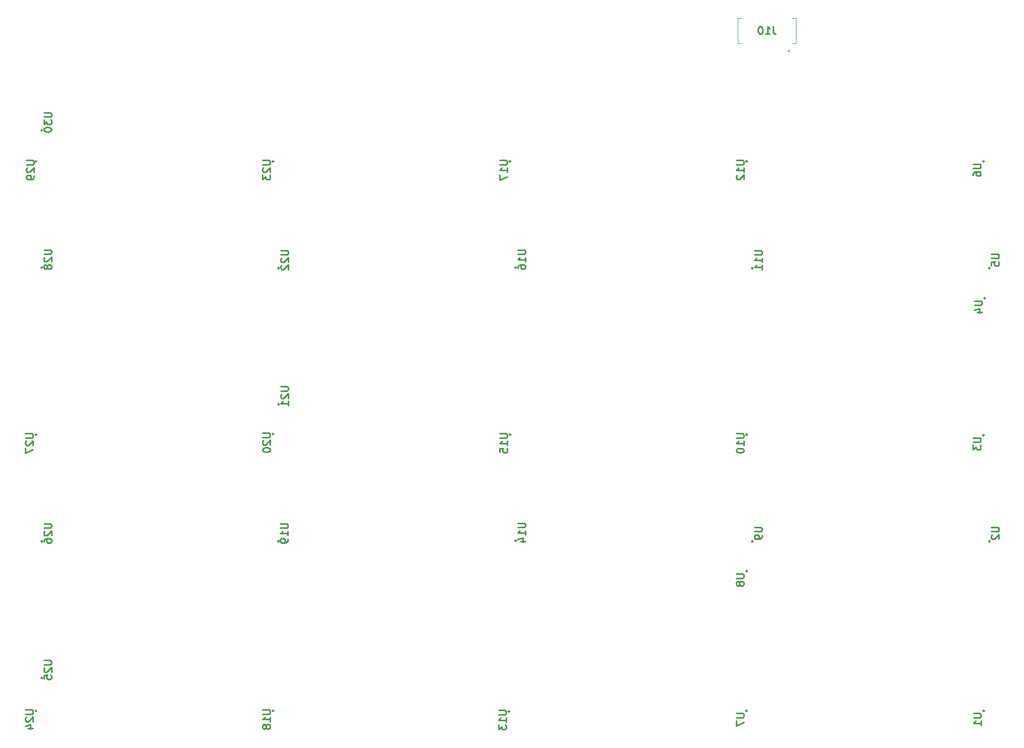
<source format=gbr>
%TF.GenerationSoftware,KiCad,Pcbnew,7.0.6*%
%TF.CreationDate,2024-01-17T22:25:57+01:00*%
%TF.ProjectId,FT24-AMS-Slave_v1-VTSENS,46543234-2d41-44d5-932d-536c6176655f,rev?*%
%TF.SameCoordinates,Original*%
%TF.FileFunction,Legend,Bot*%
%TF.FilePolarity,Positive*%
%FSLAX46Y46*%
G04 Gerber Fmt 4.6, Leading zero omitted, Abs format (unit mm)*
G04 Created by KiCad (PCBNEW 7.0.6) date 2024-01-17 22:25:57*
%MOMM*%
%LPD*%
G01*
G04 APERTURE LIST*
%ADD10C,0.254000*%
%ADD11C,0.250000*%
%ADD12C,0.100000*%
%ADD13C,0.200000*%
G04 APERTURE END LIST*
D10*
X108180218Y-62927618D02*
X109208313Y-62927618D01*
X109208313Y-62927618D02*
X109329265Y-62988095D01*
X109329265Y-62988095D02*
X109389742Y-63048571D01*
X109389742Y-63048571D02*
X109450218Y-63169523D01*
X109450218Y-63169523D02*
X109450218Y-63411428D01*
X109450218Y-63411428D02*
X109389742Y-63532380D01*
X109389742Y-63532380D02*
X109329265Y-63592857D01*
X109329265Y-63592857D02*
X109208313Y-63653333D01*
X109208313Y-63653333D02*
X108180218Y-63653333D01*
X108301170Y-64197618D02*
X108240694Y-64258094D01*
X108240694Y-64258094D02*
X108180218Y-64379047D01*
X108180218Y-64379047D02*
X108180218Y-64681428D01*
X108180218Y-64681428D02*
X108240694Y-64802380D01*
X108240694Y-64802380D02*
X108301170Y-64862856D01*
X108301170Y-64862856D02*
X108422122Y-64923333D01*
X108422122Y-64923333D02*
X108543075Y-64923333D01*
X108543075Y-64923333D02*
X108724503Y-64862856D01*
X108724503Y-64862856D02*
X109450218Y-64137142D01*
X109450218Y-64137142D02*
X109450218Y-64923333D01*
X108301170Y-65407142D02*
X108240694Y-65467618D01*
X108240694Y-65467618D02*
X108180218Y-65588571D01*
X108180218Y-65588571D02*
X108180218Y-65890952D01*
X108180218Y-65890952D02*
X108240694Y-66011904D01*
X108240694Y-66011904D02*
X108301170Y-66072380D01*
X108301170Y-66072380D02*
X108422122Y-66132857D01*
X108422122Y-66132857D02*
X108543075Y-66132857D01*
X108543075Y-66132857D02*
X108724503Y-66072380D01*
X108724503Y-66072380D02*
X109450218Y-65346666D01*
X109450218Y-65346666D02*
X109450218Y-66132857D01*
X187480218Y-109332380D02*
X188508313Y-109332380D01*
X188508313Y-109332380D02*
X188629265Y-109392857D01*
X188629265Y-109392857D02*
X188689742Y-109453333D01*
X188689742Y-109453333D02*
X188750218Y-109574285D01*
X188750218Y-109574285D02*
X188750218Y-109816190D01*
X188750218Y-109816190D02*
X188689742Y-109937142D01*
X188689742Y-109937142D02*
X188629265Y-109997619D01*
X188629265Y-109997619D02*
X188508313Y-110058095D01*
X188508313Y-110058095D02*
X187480218Y-110058095D01*
X188750218Y-110723333D02*
X188750218Y-110965237D01*
X188750218Y-110965237D02*
X188689742Y-111086190D01*
X188689742Y-111086190D02*
X188629265Y-111146666D01*
X188629265Y-111146666D02*
X188447837Y-111267618D01*
X188447837Y-111267618D02*
X188205932Y-111328095D01*
X188205932Y-111328095D02*
X187722122Y-111328095D01*
X187722122Y-111328095D02*
X187601170Y-111267618D01*
X187601170Y-111267618D02*
X187540694Y-111207142D01*
X187540694Y-111207142D02*
X187480218Y-111086190D01*
X187480218Y-111086190D02*
X187480218Y-110844285D01*
X187480218Y-110844285D02*
X187540694Y-110723333D01*
X187540694Y-110723333D02*
X187601170Y-110662856D01*
X187601170Y-110662856D02*
X187722122Y-110602380D01*
X187722122Y-110602380D02*
X188024503Y-110602380D01*
X188024503Y-110602380D02*
X188145456Y-110662856D01*
X188145456Y-110662856D02*
X188205932Y-110723333D01*
X188205932Y-110723333D02*
X188266408Y-110844285D01*
X188266408Y-110844285D02*
X188266408Y-111086190D01*
X188266408Y-111086190D02*
X188205932Y-111207142D01*
X188205932Y-111207142D02*
X188145456Y-111267618D01*
X188145456Y-111267618D02*
X188024503Y-111328095D01*
X147880218Y-62827618D02*
X148908313Y-62827618D01*
X148908313Y-62827618D02*
X149029265Y-62888095D01*
X149029265Y-62888095D02*
X149089742Y-62948571D01*
X149089742Y-62948571D02*
X149150218Y-63069523D01*
X149150218Y-63069523D02*
X149150218Y-63311428D01*
X149150218Y-63311428D02*
X149089742Y-63432380D01*
X149089742Y-63432380D02*
X149029265Y-63492857D01*
X149029265Y-63492857D02*
X148908313Y-63553333D01*
X148908313Y-63553333D02*
X147880218Y-63553333D01*
X149150218Y-64823333D02*
X149150218Y-64097618D01*
X149150218Y-64460475D02*
X147880218Y-64460475D01*
X147880218Y-64460475D02*
X148061646Y-64339523D01*
X148061646Y-64339523D02*
X148182599Y-64218571D01*
X148182599Y-64218571D02*
X148243075Y-64097618D01*
X147880218Y-65911904D02*
X147880218Y-65669999D01*
X147880218Y-65669999D02*
X147940694Y-65549047D01*
X147940694Y-65549047D02*
X148001170Y-65488571D01*
X148001170Y-65488571D02*
X148182599Y-65367618D01*
X148182599Y-65367618D02*
X148424503Y-65307142D01*
X148424503Y-65307142D02*
X148908313Y-65307142D01*
X148908313Y-65307142D02*
X149029265Y-65367618D01*
X149029265Y-65367618D02*
X149089742Y-65428095D01*
X149089742Y-65428095D02*
X149150218Y-65549047D01*
X149150218Y-65549047D02*
X149150218Y-65790952D01*
X149150218Y-65790952D02*
X149089742Y-65911904D01*
X149089742Y-65911904D02*
X149029265Y-65972380D01*
X149029265Y-65972380D02*
X148908313Y-66032857D01*
X148908313Y-66032857D02*
X148605932Y-66032857D01*
X148605932Y-66032857D02*
X148484980Y-65972380D01*
X148484980Y-65972380D02*
X148424503Y-65911904D01*
X148424503Y-65911904D02*
X148364027Y-65790952D01*
X148364027Y-65790952D02*
X148364027Y-65549047D01*
X148364027Y-65549047D02*
X148424503Y-65428095D01*
X148424503Y-65428095D02*
X148484980Y-65367618D01*
X148484980Y-65367618D02*
X148605932Y-65307142D01*
X68542718Y-131627618D02*
X69570813Y-131627618D01*
X69570813Y-131627618D02*
X69691765Y-131688095D01*
X69691765Y-131688095D02*
X69752242Y-131748571D01*
X69752242Y-131748571D02*
X69812718Y-131869523D01*
X69812718Y-131869523D02*
X69812718Y-132111428D01*
X69812718Y-132111428D02*
X69752242Y-132232380D01*
X69752242Y-132232380D02*
X69691765Y-132292857D01*
X69691765Y-132292857D02*
X69570813Y-132353333D01*
X69570813Y-132353333D02*
X68542718Y-132353333D01*
X68663670Y-132897618D02*
X68603194Y-132958094D01*
X68603194Y-132958094D02*
X68542718Y-133079047D01*
X68542718Y-133079047D02*
X68542718Y-133381428D01*
X68542718Y-133381428D02*
X68603194Y-133502380D01*
X68603194Y-133502380D02*
X68663670Y-133562856D01*
X68663670Y-133562856D02*
X68784622Y-133623333D01*
X68784622Y-133623333D02*
X68905575Y-133623333D01*
X68905575Y-133623333D02*
X69087003Y-133562856D01*
X69087003Y-133562856D02*
X69812718Y-132837142D01*
X69812718Y-132837142D02*
X69812718Y-133623333D01*
X68542718Y-134772380D02*
X68542718Y-134167618D01*
X68542718Y-134167618D02*
X69147480Y-134107142D01*
X69147480Y-134107142D02*
X69087003Y-134167618D01*
X69087003Y-134167618D02*
X69026527Y-134288571D01*
X69026527Y-134288571D02*
X69026527Y-134590952D01*
X69026527Y-134590952D02*
X69087003Y-134711904D01*
X69087003Y-134711904D02*
X69147480Y-134772380D01*
X69147480Y-134772380D02*
X69268432Y-134832857D01*
X69268432Y-134832857D02*
X69570813Y-134832857D01*
X69570813Y-134832857D02*
X69691765Y-134772380D01*
X69691765Y-134772380D02*
X69752242Y-134711904D01*
X69752242Y-134711904D02*
X69812718Y-134590952D01*
X69812718Y-134590952D02*
X69812718Y-134288571D01*
X69812718Y-134288571D02*
X69752242Y-134167618D01*
X69752242Y-134167618D02*
X69691765Y-134107142D01*
X147880218Y-108627618D02*
X148908313Y-108627618D01*
X148908313Y-108627618D02*
X149029265Y-108688095D01*
X149029265Y-108688095D02*
X149089742Y-108748571D01*
X149089742Y-108748571D02*
X149150218Y-108869523D01*
X149150218Y-108869523D02*
X149150218Y-109111428D01*
X149150218Y-109111428D02*
X149089742Y-109232380D01*
X149089742Y-109232380D02*
X149029265Y-109292857D01*
X149029265Y-109292857D02*
X148908313Y-109353333D01*
X148908313Y-109353333D02*
X147880218Y-109353333D01*
X149150218Y-110623333D02*
X149150218Y-109897618D01*
X149150218Y-110260475D02*
X147880218Y-110260475D01*
X147880218Y-110260475D02*
X148061646Y-110139523D01*
X148061646Y-110139523D02*
X148182599Y-110018571D01*
X148182599Y-110018571D02*
X148243075Y-109897618D01*
X148303551Y-111711904D02*
X149150218Y-111711904D01*
X147819742Y-111409523D02*
X148726884Y-111107142D01*
X148726884Y-111107142D02*
X148726884Y-111893333D01*
X227180218Y-63532380D02*
X228208313Y-63532380D01*
X228208313Y-63532380D02*
X228329265Y-63592857D01*
X228329265Y-63592857D02*
X228389742Y-63653333D01*
X228389742Y-63653333D02*
X228450218Y-63774285D01*
X228450218Y-63774285D02*
X228450218Y-64016190D01*
X228450218Y-64016190D02*
X228389742Y-64137142D01*
X228389742Y-64137142D02*
X228329265Y-64197619D01*
X228329265Y-64197619D02*
X228208313Y-64258095D01*
X228208313Y-64258095D02*
X227180218Y-64258095D01*
X227180218Y-65467618D02*
X227180218Y-64862856D01*
X227180218Y-64862856D02*
X227784980Y-64802380D01*
X227784980Y-64802380D02*
X227724503Y-64862856D01*
X227724503Y-64862856D02*
X227664027Y-64983809D01*
X227664027Y-64983809D02*
X227664027Y-65286190D01*
X227664027Y-65286190D02*
X227724503Y-65407142D01*
X227724503Y-65407142D02*
X227784980Y-65467618D01*
X227784980Y-65467618D02*
X227905932Y-65528095D01*
X227905932Y-65528095D02*
X228208313Y-65528095D01*
X228208313Y-65528095D02*
X228329265Y-65467618D01*
X228329265Y-65467618D02*
X228389742Y-65407142D01*
X228389742Y-65407142D02*
X228450218Y-65286190D01*
X228450218Y-65286190D02*
X228450218Y-64983809D01*
X228450218Y-64983809D02*
X228389742Y-64862856D01*
X228389742Y-64862856D02*
X228329265Y-64802380D01*
X224165918Y-140532380D02*
X225194013Y-140532380D01*
X225194013Y-140532380D02*
X225314965Y-140592857D01*
X225314965Y-140592857D02*
X225375442Y-140653333D01*
X225375442Y-140653333D02*
X225435918Y-140774285D01*
X225435918Y-140774285D02*
X225435918Y-141016190D01*
X225435918Y-141016190D02*
X225375442Y-141137142D01*
X225375442Y-141137142D02*
X225314965Y-141197619D01*
X225314965Y-141197619D02*
X225194013Y-141258095D01*
X225194013Y-141258095D02*
X224165918Y-141258095D01*
X225435918Y-142528095D02*
X225435918Y-141802380D01*
X225435918Y-142165237D02*
X224165918Y-142165237D01*
X224165918Y-142165237D02*
X224347346Y-142044285D01*
X224347346Y-142044285D02*
X224468299Y-141923333D01*
X224468299Y-141923333D02*
X224528775Y-141802380D01*
X105165918Y-47827618D02*
X106194013Y-47827618D01*
X106194013Y-47827618D02*
X106314965Y-47888095D01*
X106314965Y-47888095D02*
X106375442Y-47948571D01*
X106375442Y-47948571D02*
X106435918Y-48069523D01*
X106435918Y-48069523D02*
X106435918Y-48311428D01*
X106435918Y-48311428D02*
X106375442Y-48432380D01*
X106375442Y-48432380D02*
X106314965Y-48492857D01*
X106314965Y-48492857D02*
X106194013Y-48553333D01*
X106194013Y-48553333D02*
X105165918Y-48553333D01*
X105286870Y-49097618D02*
X105226394Y-49158094D01*
X105226394Y-49158094D02*
X105165918Y-49279047D01*
X105165918Y-49279047D02*
X105165918Y-49581428D01*
X105165918Y-49581428D02*
X105226394Y-49702380D01*
X105226394Y-49702380D02*
X105286870Y-49762856D01*
X105286870Y-49762856D02*
X105407822Y-49823333D01*
X105407822Y-49823333D02*
X105528775Y-49823333D01*
X105528775Y-49823333D02*
X105710203Y-49762856D01*
X105710203Y-49762856D02*
X106435918Y-49037142D01*
X106435918Y-49037142D02*
X106435918Y-49823333D01*
X105165918Y-50246666D02*
X105165918Y-51032857D01*
X105165918Y-51032857D02*
X105649727Y-50609523D01*
X105649727Y-50609523D02*
X105649727Y-50790952D01*
X105649727Y-50790952D02*
X105710203Y-50911904D01*
X105710203Y-50911904D02*
X105770680Y-50972380D01*
X105770680Y-50972380D02*
X105891632Y-51032857D01*
X105891632Y-51032857D02*
X106194013Y-51032857D01*
X106194013Y-51032857D02*
X106314965Y-50972380D01*
X106314965Y-50972380D02*
X106375442Y-50911904D01*
X106375442Y-50911904D02*
X106435918Y-50790952D01*
X106435918Y-50790952D02*
X106435918Y-50428095D01*
X106435918Y-50428095D02*
X106375442Y-50307142D01*
X106375442Y-50307142D02*
X106314965Y-50246666D01*
X144828418Y-47827618D02*
X145856513Y-47827618D01*
X145856513Y-47827618D02*
X145977465Y-47888095D01*
X145977465Y-47888095D02*
X146037942Y-47948571D01*
X146037942Y-47948571D02*
X146098418Y-48069523D01*
X146098418Y-48069523D02*
X146098418Y-48311428D01*
X146098418Y-48311428D02*
X146037942Y-48432380D01*
X146037942Y-48432380D02*
X145977465Y-48492857D01*
X145977465Y-48492857D02*
X145856513Y-48553333D01*
X145856513Y-48553333D02*
X144828418Y-48553333D01*
X146098418Y-49823333D02*
X146098418Y-49097618D01*
X146098418Y-49460475D02*
X144828418Y-49460475D01*
X144828418Y-49460475D02*
X145009846Y-49339523D01*
X145009846Y-49339523D02*
X145130799Y-49218571D01*
X145130799Y-49218571D02*
X145191275Y-49097618D01*
X144828418Y-50246666D02*
X144828418Y-51093333D01*
X144828418Y-51093333D02*
X146098418Y-50549047D01*
X144665918Y-140027618D02*
X145694013Y-140027618D01*
X145694013Y-140027618D02*
X145814965Y-140088095D01*
X145814965Y-140088095D02*
X145875442Y-140148571D01*
X145875442Y-140148571D02*
X145935918Y-140269523D01*
X145935918Y-140269523D02*
X145935918Y-140511428D01*
X145935918Y-140511428D02*
X145875442Y-140632380D01*
X145875442Y-140632380D02*
X145814965Y-140692857D01*
X145814965Y-140692857D02*
X145694013Y-140753333D01*
X145694013Y-140753333D02*
X144665918Y-140753333D01*
X145935918Y-142023333D02*
X145935918Y-141297618D01*
X145935918Y-141660475D02*
X144665918Y-141660475D01*
X144665918Y-141660475D02*
X144847346Y-141539523D01*
X144847346Y-141539523D02*
X144968299Y-141418571D01*
X144968299Y-141418571D02*
X145028775Y-141297618D01*
X144665918Y-142446666D02*
X144665918Y-143232857D01*
X144665918Y-143232857D02*
X145149727Y-142809523D01*
X145149727Y-142809523D02*
X145149727Y-142990952D01*
X145149727Y-142990952D02*
X145210203Y-143111904D01*
X145210203Y-143111904D02*
X145270680Y-143172380D01*
X145270680Y-143172380D02*
X145391632Y-143232857D01*
X145391632Y-143232857D02*
X145694013Y-143232857D01*
X145694013Y-143232857D02*
X145814965Y-143172380D01*
X145814965Y-143172380D02*
X145875442Y-143111904D01*
X145875442Y-143111904D02*
X145935918Y-142990952D01*
X145935918Y-142990952D02*
X145935918Y-142628095D01*
X145935918Y-142628095D02*
X145875442Y-142507142D01*
X145875442Y-142507142D02*
X145814965Y-142446666D01*
X224128418Y-94332380D02*
X225156513Y-94332380D01*
X225156513Y-94332380D02*
X225277465Y-94392857D01*
X225277465Y-94392857D02*
X225337942Y-94453333D01*
X225337942Y-94453333D02*
X225398418Y-94574285D01*
X225398418Y-94574285D02*
X225398418Y-94816190D01*
X225398418Y-94816190D02*
X225337942Y-94937142D01*
X225337942Y-94937142D02*
X225277465Y-94997619D01*
X225277465Y-94997619D02*
X225156513Y-95058095D01*
X225156513Y-95058095D02*
X224128418Y-95058095D01*
X224128418Y-95541904D02*
X224128418Y-96328095D01*
X224128418Y-96328095D02*
X224612227Y-95904761D01*
X224612227Y-95904761D02*
X224612227Y-96086190D01*
X224612227Y-96086190D02*
X224672703Y-96207142D01*
X224672703Y-96207142D02*
X224733180Y-96267618D01*
X224733180Y-96267618D02*
X224854132Y-96328095D01*
X224854132Y-96328095D02*
X225156513Y-96328095D01*
X225156513Y-96328095D02*
X225277465Y-96267618D01*
X225277465Y-96267618D02*
X225337942Y-96207142D01*
X225337942Y-96207142D02*
X225398418Y-96086190D01*
X225398418Y-96086190D02*
X225398418Y-95723333D01*
X225398418Y-95723333D02*
X225337942Y-95602380D01*
X225337942Y-95602380D02*
X225277465Y-95541904D01*
X187480218Y-62927618D02*
X188508313Y-62927618D01*
X188508313Y-62927618D02*
X188629265Y-62988095D01*
X188629265Y-62988095D02*
X188689742Y-63048571D01*
X188689742Y-63048571D02*
X188750218Y-63169523D01*
X188750218Y-63169523D02*
X188750218Y-63411428D01*
X188750218Y-63411428D02*
X188689742Y-63532380D01*
X188689742Y-63532380D02*
X188629265Y-63592857D01*
X188629265Y-63592857D02*
X188508313Y-63653333D01*
X188508313Y-63653333D02*
X187480218Y-63653333D01*
X188750218Y-64923333D02*
X188750218Y-64197618D01*
X188750218Y-64560475D02*
X187480218Y-64560475D01*
X187480218Y-64560475D02*
X187661646Y-64439523D01*
X187661646Y-64439523D02*
X187782599Y-64318571D01*
X187782599Y-64318571D02*
X187843075Y-64197618D01*
X188750218Y-66132857D02*
X188750218Y-65407142D01*
X188750218Y-65769999D02*
X187480218Y-65769999D01*
X187480218Y-65769999D02*
X187661646Y-65649047D01*
X187661646Y-65649047D02*
X187782599Y-65528095D01*
X187782599Y-65528095D02*
X187843075Y-65407142D01*
X144865918Y-93627618D02*
X145894013Y-93627618D01*
X145894013Y-93627618D02*
X146014965Y-93688095D01*
X146014965Y-93688095D02*
X146075442Y-93748571D01*
X146075442Y-93748571D02*
X146135918Y-93869523D01*
X146135918Y-93869523D02*
X146135918Y-94111428D01*
X146135918Y-94111428D02*
X146075442Y-94232380D01*
X146075442Y-94232380D02*
X146014965Y-94292857D01*
X146014965Y-94292857D02*
X145894013Y-94353333D01*
X145894013Y-94353333D02*
X144865918Y-94353333D01*
X146135918Y-95623333D02*
X146135918Y-94897618D01*
X146135918Y-95260475D02*
X144865918Y-95260475D01*
X144865918Y-95260475D02*
X145047346Y-95139523D01*
X145047346Y-95139523D02*
X145168299Y-95018571D01*
X145168299Y-95018571D02*
X145228775Y-94897618D01*
X144865918Y-96772380D02*
X144865918Y-96167618D01*
X144865918Y-96167618D02*
X145470680Y-96107142D01*
X145470680Y-96107142D02*
X145410203Y-96167618D01*
X145410203Y-96167618D02*
X145349727Y-96288571D01*
X145349727Y-96288571D02*
X145349727Y-96590952D01*
X145349727Y-96590952D02*
X145410203Y-96711904D01*
X145410203Y-96711904D02*
X145470680Y-96772380D01*
X145470680Y-96772380D02*
X145591632Y-96832857D01*
X145591632Y-96832857D02*
X145894013Y-96832857D01*
X145894013Y-96832857D02*
X146014965Y-96772380D01*
X146014965Y-96772380D02*
X146075442Y-96711904D01*
X146075442Y-96711904D02*
X146135918Y-96590952D01*
X146135918Y-96590952D02*
X146135918Y-96288571D01*
X146135918Y-96288571D02*
X146075442Y-96167618D01*
X146075442Y-96167618D02*
X146014965Y-96107142D01*
X184465918Y-140532380D02*
X185494013Y-140532380D01*
X185494013Y-140532380D02*
X185614965Y-140592857D01*
X185614965Y-140592857D02*
X185675442Y-140653333D01*
X185675442Y-140653333D02*
X185735918Y-140774285D01*
X185735918Y-140774285D02*
X185735918Y-141016190D01*
X185735918Y-141016190D02*
X185675442Y-141137142D01*
X185675442Y-141137142D02*
X185614965Y-141197619D01*
X185614965Y-141197619D02*
X185494013Y-141258095D01*
X185494013Y-141258095D02*
X184465918Y-141258095D01*
X184465918Y-141741904D02*
X184465918Y-142588571D01*
X184465918Y-142588571D02*
X185735918Y-142044285D01*
X224315918Y-71382380D02*
X225344013Y-71382380D01*
X225344013Y-71382380D02*
X225464965Y-71442857D01*
X225464965Y-71442857D02*
X225525442Y-71503333D01*
X225525442Y-71503333D02*
X225585918Y-71624285D01*
X225585918Y-71624285D02*
X225585918Y-71866190D01*
X225585918Y-71866190D02*
X225525442Y-71987142D01*
X225525442Y-71987142D02*
X225464965Y-72047619D01*
X225464965Y-72047619D02*
X225344013Y-72108095D01*
X225344013Y-72108095D02*
X224315918Y-72108095D01*
X224739251Y-73257142D02*
X225585918Y-73257142D01*
X224255442Y-72954761D02*
X225162584Y-72652380D01*
X225162584Y-72652380D02*
X225162584Y-73438571D01*
X108180218Y-85727618D02*
X109208313Y-85727618D01*
X109208313Y-85727618D02*
X109329265Y-85788095D01*
X109329265Y-85788095D02*
X109389742Y-85848571D01*
X109389742Y-85848571D02*
X109450218Y-85969523D01*
X109450218Y-85969523D02*
X109450218Y-86211428D01*
X109450218Y-86211428D02*
X109389742Y-86332380D01*
X109389742Y-86332380D02*
X109329265Y-86392857D01*
X109329265Y-86392857D02*
X109208313Y-86453333D01*
X109208313Y-86453333D02*
X108180218Y-86453333D01*
X108301170Y-86997618D02*
X108240694Y-87058094D01*
X108240694Y-87058094D02*
X108180218Y-87179047D01*
X108180218Y-87179047D02*
X108180218Y-87481428D01*
X108180218Y-87481428D02*
X108240694Y-87602380D01*
X108240694Y-87602380D02*
X108301170Y-87662856D01*
X108301170Y-87662856D02*
X108422122Y-87723333D01*
X108422122Y-87723333D02*
X108543075Y-87723333D01*
X108543075Y-87723333D02*
X108724503Y-87662856D01*
X108724503Y-87662856D02*
X109450218Y-86937142D01*
X109450218Y-86937142D02*
X109450218Y-87723333D01*
X109450218Y-88932857D02*
X109450218Y-88207142D01*
X109450218Y-88569999D02*
X108180218Y-88569999D01*
X108180218Y-88569999D02*
X108361646Y-88449047D01*
X108361646Y-88449047D02*
X108482599Y-88328095D01*
X108482599Y-88328095D02*
X108543075Y-88207142D01*
X65465918Y-139927618D02*
X66494013Y-139927618D01*
X66494013Y-139927618D02*
X66614965Y-139988095D01*
X66614965Y-139988095D02*
X66675442Y-140048571D01*
X66675442Y-140048571D02*
X66735918Y-140169523D01*
X66735918Y-140169523D02*
X66735918Y-140411428D01*
X66735918Y-140411428D02*
X66675442Y-140532380D01*
X66675442Y-140532380D02*
X66614965Y-140592857D01*
X66614965Y-140592857D02*
X66494013Y-140653333D01*
X66494013Y-140653333D02*
X65465918Y-140653333D01*
X65586870Y-141197618D02*
X65526394Y-141258094D01*
X65526394Y-141258094D02*
X65465918Y-141379047D01*
X65465918Y-141379047D02*
X65465918Y-141681428D01*
X65465918Y-141681428D02*
X65526394Y-141802380D01*
X65526394Y-141802380D02*
X65586870Y-141862856D01*
X65586870Y-141862856D02*
X65707822Y-141923333D01*
X65707822Y-141923333D02*
X65828775Y-141923333D01*
X65828775Y-141923333D02*
X66010203Y-141862856D01*
X66010203Y-141862856D02*
X66735918Y-141137142D01*
X66735918Y-141137142D02*
X66735918Y-141923333D01*
X65889251Y-143011904D02*
X66735918Y-143011904D01*
X65405442Y-142709523D02*
X66312584Y-142407142D01*
X66312584Y-142407142D02*
X66312584Y-143193333D01*
X68542718Y-62827618D02*
X69570813Y-62827618D01*
X69570813Y-62827618D02*
X69691765Y-62888095D01*
X69691765Y-62888095D02*
X69752242Y-62948571D01*
X69752242Y-62948571D02*
X69812718Y-63069523D01*
X69812718Y-63069523D02*
X69812718Y-63311428D01*
X69812718Y-63311428D02*
X69752242Y-63432380D01*
X69752242Y-63432380D02*
X69691765Y-63492857D01*
X69691765Y-63492857D02*
X69570813Y-63553333D01*
X69570813Y-63553333D02*
X68542718Y-63553333D01*
X68663670Y-64097618D02*
X68603194Y-64158094D01*
X68603194Y-64158094D02*
X68542718Y-64279047D01*
X68542718Y-64279047D02*
X68542718Y-64581428D01*
X68542718Y-64581428D02*
X68603194Y-64702380D01*
X68603194Y-64702380D02*
X68663670Y-64762856D01*
X68663670Y-64762856D02*
X68784622Y-64823333D01*
X68784622Y-64823333D02*
X68905575Y-64823333D01*
X68905575Y-64823333D02*
X69087003Y-64762856D01*
X69087003Y-64762856D02*
X69812718Y-64037142D01*
X69812718Y-64037142D02*
X69812718Y-64823333D01*
X69087003Y-65549047D02*
X69026527Y-65428095D01*
X69026527Y-65428095D02*
X68966051Y-65367618D01*
X68966051Y-65367618D02*
X68845099Y-65307142D01*
X68845099Y-65307142D02*
X68784622Y-65307142D01*
X68784622Y-65307142D02*
X68663670Y-65367618D01*
X68663670Y-65367618D02*
X68603194Y-65428095D01*
X68603194Y-65428095D02*
X68542718Y-65549047D01*
X68542718Y-65549047D02*
X68542718Y-65790952D01*
X68542718Y-65790952D02*
X68603194Y-65911904D01*
X68603194Y-65911904D02*
X68663670Y-65972380D01*
X68663670Y-65972380D02*
X68784622Y-66032857D01*
X68784622Y-66032857D02*
X68845099Y-66032857D01*
X68845099Y-66032857D02*
X68966051Y-65972380D01*
X68966051Y-65972380D02*
X69026527Y-65911904D01*
X69026527Y-65911904D02*
X69087003Y-65790952D01*
X69087003Y-65790952D02*
X69087003Y-65549047D01*
X69087003Y-65549047D02*
X69147480Y-65428095D01*
X69147480Y-65428095D02*
X69207956Y-65367618D01*
X69207956Y-65367618D02*
X69328908Y-65307142D01*
X69328908Y-65307142D02*
X69570813Y-65307142D01*
X69570813Y-65307142D02*
X69691765Y-65367618D01*
X69691765Y-65367618D02*
X69752242Y-65428095D01*
X69752242Y-65428095D02*
X69812718Y-65549047D01*
X69812718Y-65549047D02*
X69812718Y-65790952D01*
X69812718Y-65790952D02*
X69752242Y-65911904D01*
X69752242Y-65911904D02*
X69691765Y-65972380D01*
X69691765Y-65972380D02*
X69570813Y-66032857D01*
X69570813Y-66032857D02*
X69328908Y-66032857D01*
X69328908Y-66032857D02*
X69207956Y-65972380D01*
X69207956Y-65972380D02*
X69147480Y-65911904D01*
X69147480Y-65911904D02*
X69087003Y-65790952D01*
X68542718Y-108727618D02*
X69570813Y-108727618D01*
X69570813Y-108727618D02*
X69691765Y-108788095D01*
X69691765Y-108788095D02*
X69752242Y-108848571D01*
X69752242Y-108848571D02*
X69812718Y-108969523D01*
X69812718Y-108969523D02*
X69812718Y-109211428D01*
X69812718Y-109211428D02*
X69752242Y-109332380D01*
X69752242Y-109332380D02*
X69691765Y-109392857D01*
X69691765Y-109392857D02*
X69570813Y-109453333D01*
X69570813Y-109453333D02*
X68542718Y-109453333D01*
X68663670Y-109997618D02*
X68603194Y-110058094D01*
X68603194Y-110058094D02*
X68542718Y-110179047D01*
X68542718Y-110179047D02*
X68542718Y-110481428D01*
X68542718Y-110481428D02*
X68603194Y-110602380D01*
X68603194Y-110602380D02*
X68663670Y-110662856D01*
X68663670Y-110662856D02*
X68784622Y-110723333D01*
X68784622Y-110723333D02*
X68905575Y-110723333D01*
X68905575Y-110723333D02*
X69087003Y-110662856D01*
X69087003Y-110662856D02*
X69812718Y-109937142D01*
X69812718Y-109937142D02*
X69812718Y-110723333D01*
X68542718Y-111811904D02*
X68542718Y-111569999D01*
X68542718Y-111569999D02*
X68603194Y-111449047D01*
X68603194Y-111449047D02*
X68663670Y-111388571D01*
X68663670Y-111388571D02*
X68845099Y-111267618D01*
X68845099Y-111267618D02*
X69087003Y-111207142D01*
X69087003Y-111207142D02*
X69570813Y-111207142D01*
X69570813Y-111207142D02*
X69691765Y-111267618D01*
X69691765Y-111267618D02*
X69752242Y-111328095D01*
X69752242Y-111328095D02*
X69812718Y-111449047D01*
X69812718Y-111449047D02*
X69812718Y-111690952D01*
X69812718Y-111690952D02*
X69752242Y-111811904D01*
X69752242Y-111811904D02*
X69691765Y-111872380D01*
X69691765Y-111872380D02*
X69570813Y-111932857D01*
X69570813Y-111932857D02*
X69268432Y-111932857D01*
X69268432Y-111932857D02*
X69147480Y-111872380D01*
X69147480Y-111872380D02*
X69087003Y-111811904D01*
X69087003Y-111811904D02*
X69026527Y-111690952D01*
X69026527Y-111690952D02*
X69026527Y-111449047D01*
X69026527Y-111449047D02*
X69087003Y-111328095D01*
X69087003Y-111328095D02*
X69147480Y-111267618D01*
X69147480Y-111267618D02*
X69268432Y-111207142D01*
X68542718Y-39827618D02*
X69570813Y-39827618D01*
X69570813Y-39827618D02*
X69691765Y-39888095D01*
X69691765Y-39888095D02*
X69752242Y-39948571D01*
X69752242Y-39948571D02*
X69812718Y-40069523D01*
X69812718Y-40069523D02*
X69812718Y-40311428D01*
X69812718Y-40311428D02*
X69752242Y-40432380D01*
X69752242Y-40432380D02*
X69691765Y-40492857D01*
X69691765Y-40492857D02*
X69570813Y-40553333D01*
X69570813Y-40553333D02*
X68542718Y-40553333D01*
X68542718Y-41037142D02*
X68542718Y-41823333D01*
X68542718Y-41823333D02*
X69026527Y-41399999D01*
X69026527Y-41399999D02*
X69026527Y-41581428D01*
X69026527Y-41581428D02*
X69087003Y-41702380D01*
X69087003Y-41702380D02*
X69147480Y-41762856D01*
X69147480Y-41762856D02*
X69268432Y-41823333D01*
X69268432Y-41823333D02*
X69570813Y-41823333D01*
X69570813Y-41823333D02*
X69691765Y-41762856D01*
X69691765Y-41762856D02*
X69752242Y-41702380D01*
X69752242Y-41702380D02*
X69812718Y-41581428D01*
X69812718Y-41581428D02*
X69812718Y-41218571D01*
X69812718Y-41218571D02*
X69752242Y-41097618D01*
X69752242Y-41097618D02*
X69691765Y-41037142D01*
X68542718Y-42609523D02*
X68542718Y-42730476D01*
X68542718Y-42730476D02*
X68603194Y-42851428D01*
X68603194Y-42851428D02*
X68663670Y-42911904D01*
X68663670Y-42911904D02*
X68784622Y-42972380D01*
X68784622Y-42972380D02*
X69026527Y-43032857D01*
X69026527Y-43032857D02*
X69328908Y-43032857D01*
X69328908Y-43032857D02*
X69570813Y-42972380D01*
X69570813Y-42972380D02*
X69691765Y-42911904D01*
X69691765Y-42911904D02*
X69752242Y-42851428D01*
X69752242Y-42851428D02*
X69812718Y-42730476D01*
X69812718Y-42730476D02*
X69812718Y-42609523D01*
X69812718Y-42609523D02*
X69752242Y-42488571D01*
X69752242Y-42488571D02*
X69691765Y-42428095D01*
X69691765Y-42428095D02*
X69570813Y-42367618D01*
X69570813Y-42367618D02*
X69328908Y-42307142D01*
X69328908Y-42307142D02*
X69026527Y-42307142D01*
X69026527Y-42307142D02*
X68784622Y-42367618D01*
X68784622Y-42367618D02*
X68663670Y-42428095D01*
X68663670Y-42428095D02*
X68603194Y-42488571D01*
X68603194Y-42488571D02*
X68542718Y-42609523D01*
X65604318Y-47827618D02*
X66632413Y-47827618D01*
X66632413Y-47827618D02*
X66753365Y-47888095D01*
X66753365Y-47888095D02*
X66813842Y-47948571D01*
X66813842Y-47948571D02*
X66874318Y-48069523D01*
X66874318Y-48069523D02*
X66874318Y-48311428D01*
X66874318Y-48311428D02*
X66813842Y-48432380D01*
X66813842Y-48432380D02*
X66753365Y-48492857D01*
X66753365Y-48492857D02*
X66632413Y-48553333D01*
X66632413Y-48553333D02*
X65604318Y-48553333D01*
X65725270Y-49097618D02*
X65664794Y-49158094D01*
X65664794Y-49158094D02*
X65604318Y-49279047D01*
X65604318Y-49279047D02*
X65604318Y-49581428D01*
X65604318Y-49581428D02*
X65664794Y-49702380D01*
X65664794Y-49702380D02*
X65725270Y-49762856D01*
X65725270Y-49762856D02*
X65846222Y-49823333D01*
X65846222Y-49823333D02*
X65967175Y-49823333D01*
X65967175Y-49823333D02*
X66148603Y-49762856D01*
X66148603Y-49762856D02*
X66874318Y-49037142D01*
X66874318Y-49037142D02*
X66874318Y-49823333D01*
X66874318Y-50428095D02*
X66874318Y-50669999D01*
X66874318Y-50669999D02*
X66813842Y-50790952D01*
X66813842Y-50790952D02*
X66753365Y-50851428D01*
X66753365Y-50851428D02*
X66571937Y-50972380D01*
X66571937Y-50972380D02*
X66330032Y-51032857D01*
X66330032Y-51032857D02*
X65846222Y-51032857D01*
X65846222Y-51032857D02*
X65725270Y-50972380D01*
X65725270Y-50972380D02*
X65664794Y-50911904D01*
X65664794Y-50911904D02*
X65604318Y-50790952D01*
X65604318Y-50790952D02*
X65604318Y-50549047D01*
X65604318Y-50549047D02*
X65664794Y-50428095D01*
X65664794Y-50428095D02*
X65725270Y-50367618D01*
X65725270Y-50367618D02*
X65846222Y-50307142D01*
X65846222Y-50307142D02*
X66148603Y-50307142D01*
X66148603Y-50307142D02*
X66269556Y-50367618D01*
X66269556Y-50367618D02*
X66330032Y-50428095D01*
X66330032Y-50428095D02*
X66390508Y-50549047D01*
X66390508Y-50549047D02*
X66390508Y-50790952D01*
X66390508Y-50790952D02*
X66330032Y-50911904D01*
X66330032Y-50911904D02*
X66269556Y-50972380D01*
X66269556Y-50972380D02*
X66148603Y-51032857D01*
X65465918Y-93627618D02*
X66494013Y-93627618D01*
X66494013Y-93627618D02*
X66614965Y-93688095D01*
X66614965Y-93688095D02*
X66675442Y-93748571D01*
X66675442Y-93748571D02*
X66735918Y-93869523D01*
X66735918Y-93869523D02*
X66735918Y-94111428D01*
X66735918Y-94111428D02*
X66675442Y-94232380D01*
X66675442Y-94232380D02*
X66614965Y-94292857D01*
X66614965Y-94292857D02*
X66494013Y-94353333D01*
X66494013Y-94353333D02*
X65465918Y-94353333D01*
X65586870Y-94897618D02*
X65526394Y-94958094D01*
X65526394Y-94958094D02*
X65465918Y-95079047D01*
X65465918Y-95079047D02*
X65465918Y-95381428D01*
X65465918Y-95381428D02*
X65526394Y-95502380D01*
X65526394Y-95502380D02*
X65586870Y-95562856D01*
X65586870Y-95562856D02*
X65707822Y-95623333D01*
X65707822Y-95623333D02*
X65828775Y-95623333D01*
X65828775Y-95623333D02*
X66010203Y-95562856D01*
X66010203Y-95562856D02*
X66735918Y-94837142D01*
X66735918Y-94837142D02*
X66735918Y-95623333D01*
X65465918Y-96046666D02*
X65465918Y-96893333D01*
X65465918Y-96893333D02*
X66735918Y-96349047D01*
X184465918Y-117132380D02*
X185494013Y-117132380D01*
X185494013Y-117132380D02*
X185614965Y-117192857D01*
X185614965Y-117192857D02*
X185675442Y-117253333D01*
X185675442Y-117253333D02*
X185735918Y-117374285D01*
X185735918Y-117374285D02*
X185735918Y-117616190D01*
X185735918Y-117616190D02*
X185675442Y-117737142D01*
X185675442Y-117737142D02*
X185614965Y-117797619D01*
X185614965Y-117797619D02*
X185494013Y-117858095D01*
X185494013Y-117858095D02*
X184465918Y-117858095D01*
X185010203Y-118644285D02*
X184949727Y-118523333D01*
X184949727Y-118523333D02*
X184889251Y-118462856D01*
X184889251Y-118462856D02*
X184768299Y-118402380D01*
X184768299Y-118402380D02*
X184707822Y-118402380D01*
X184707822Y-118402380D02*
X184586870Y-118462856D01*
X184586870Y-118462856D02*
X184526394Y-118523333D01*
X184526394Y-118523333D02*
X184465918Y-118644285D01*
X184465918Y-118644285D02*
X184465918Y-118886190D01*
X184465918Y-118886190D02*
X184526394Y-119007142D01*
X184526394Y-119007142D02*
X184586870Y-119067618D01*
X184586870Y-119067618D02*
X184707822Y-119128095D01*
X184707822Y-119128095D02*
X184768299Y-119128095D01*
X184768299Y-119128095D02*
X184889251Y-119067618D01*
X184889251Y-119067618D02*
X184949727Y-119007142D01*
X184949727Y-119007142D02*
X185010203Y-118886190D01*
X185010203Y-118886190D02*
X185010203Y-118644285D01*
X185010203Y-118644285D02*
X185070680Y-118523333D01*
X185070680Y-118523333D02*
X185131156Y-118462856D01*
X185131156Y-118462856D02*
X185252108Y-118402380D01*
X185252108Y-118402380D02*
X185494013Y-118402380D01*
X185494013Y-118402380D02*
X185614965Y-118462856D01*
X185614965Y-118462856D02*
X185675442Y-118523333D01*
X185675442Y-118523333D02*
X185735918Y-118644285D01*
X185735918Y-118644285D02*
X185735918Y-118886190D01*
X185735918Y-118886190D02*
X185675442Y-119007142D01*
X185675442Y-119007142D02*
X185614965Y-119067618D01*
X185614965Y-119067618D02*
X185494013Y-119128095D01*
X185494013Y-119128095D02*
X185252108Y-119128095D01*
X185252108Y-119128095D02*
X185131156Y-119067618D01*
X185131156Y-119067618D02*
X185070680Y-119007142D01*
X185070680Y-119007142D02*
X185010203Y-118886190D01*
X184465918Y-47827618D02*
X185494013Y-47827618D01*
X185494013Y-47827618D02*
X185614965Y-47888095D01*
X185614965Y-47888095D02*
X185675442Y-47948571D01*
X185675442Y-47948571D02*
X185735918Y-48069523D01*
X185735918Y-48069523D02*
X185735918Y-48311428D01*
X185735918Y-48311428D02*
X185675442Y-48432380D01*
X185675442Y-48432380D02*
X185614965Y-48492857D01*
X185614965Y-48492857D02*
X185494013Y-48553333D01*
X185494013Y-48553333D02*
X184465918Y-48553333D01*
X185735918Y-49823333D02*
X185735918Y-49097618D01*
X185735918Y-49460475D02*
X184465918Y-49460475D01*
X184465918Y-49460475D02*
X184647346Y-49339523D01*
X184647346Y-49339523D02*
X184768299Y-49218571D01*
X184768299Y-49218571D02*
X184828775Y-49097618D01*
X184586870Y-50307142D02*
X184526394Y-50367618D01*
X184526394Y-50367618D02*
X184465918Y-50488571D01*
X184465918Y-50488571D02*
X184465918Y-50790952D01*
X184465918Y-50790952D02*
X184526394Y-50911904D01*
X184526394Y-50911904D02*
X184586870Y-50972380D01*
X184586870Y-50972380D02*
X184707822Y-51032857D01*
X184707822Y-51032857D02*
X184828775Y-51032857D01*
X184828775Y-51032857D02*
X185010203Y-50972380D01*
X185010203Y-50972380D02*
X185735918Y-50246666D01*
X185735918Y-50246666D02*
X185735918Y-51032857D01*
X190628094Y-25379318D02*
X190628094Y-26286461D01*
X190628094Y-26286461D02*
X190688571Y-26467889D01*
X190688571Y-26467889D02*
X190809523Y-26588842D01*
X190809523Y-26588842D02*
X190990952Y-26649318D01*
X190990952Y-26649318D02*
X191111904Y-26649318D01*
X189358094Y-26649318D02*
X190083809Y-26649318D01*
X189720952Y-26649318D02*
X189720952Y-25379318D01*
X189720952Y-25379318D02*
X189841904Y-25560746D01*
X189841904Y-25560746D02*
X189962856Y-25681699D01*
X189962856Y-25681699D02*
X190083809Y-25742175D01*
X188571904Y-25379318D02*
X188450951Y-25379318D01*
X188450951Y-25379318D02*
X188329999Y-25439794D01*
X188329999Y-25439794D02*
X188269523Y-25500270D01*
X188269523Y-25500270D02*
X188209047Y-25621222D01*
X188209047Y-25621222D02*
X188148570Y-25863127D01*
X188148570Y-25863127D02*
X188148570Y-26165508D01*
X188148570Y-26165508D02*
X188209047Y-26407413D01*
X188209047Y-26407413D02*
X188269523Y-26528365D01*
X188269523Y-26528365D02*
X188329999Y-26588842D01*
X188329999Y-26588842D02*
X188450951Y-26649318D01*
X188450951Y-26649318D02*
X188571904Y-26649318D01*
X188571904Y-26649318D02*
X188692856Y-26588842D01*
X188692856Y-26588842D02*
X188753332Y-26528365D01*
X188753332Y-26528365D02*
X188813809Y-26407413D01*
X188813809Y-26407413D02*
X188874285Y-26165508D01*
X188874285Y-26165508D02*
X188874285Y-25863127D01*
X188874285Y-25863127D02*
X188813809Y-25621222D01*
X188813809Y-25621222D02*
X188753332Y-25500270D01*
X188753332Y-25500270D02*
X188692856Y-25439794D01*
X188692856Y-25439794D02*
X188571904Y-25379318D01*
X184465918Y-93627618D02*
X185494013Y-93627618D01*
X185494013Y-93627618D02*
X185614965Y-93688095D01*
X185614965Y-93688095D02*
X185675442Y-93748571D01*
X185675442Y-93748571D02*
X185735918Y-93869523D01*
X185735918Y-93869523D02*
X185735918Y-94111428D01*
X185735918Y-94111428D02*
X185675442Y-94232380D01*
X185675442Y-94232380D02*
X185614965Y-94292857D01*
X185614965Y-94292857D02*
X185494013Y-94353333D01*
X185494013Y-94353333D02*
X184465918Y-94353333D01*
X185735918Y-95623333D02*
X185735918Y-94897618D01*
X185735918Y-95260475D02*
X184465918Y-95260475D01*
X184465918Y-95260475D02*
X184647346Y-95139523D01*
X184647346Y-95139523D02*
X184768299Y-95018571D01*
X184768299Y-95018571D02*
X184828775Y-94897618D01*
X184465918Y-96409523D02*
X184465918Y-96530476D01*
X184465918Y-96530476D02*
X184526394Y-96651428D01*
X184526394Y-96651428D02*
X184586870Y-96711904D01*
X184586870Y-96711904D02*
X184707822Y-96772380D01*
X184707822Y-96772380D02*
X184949727Y-96832857D01*
X184949727Y-96832857D02*
X185252108Y-96832857D01*
X185252108Y-96832857D02*
X185494013Y-96772380D01*
X185494013Y-96772380D02*
X185614965Y-96711904D01*
X185614965Y-96711904D02*
X185675442Y-96651428D01*
X185675442Y-96651428D02*
X185735918Y-96530476D01*
X185735918Y-96530476D02*
X185735918Y-96409523D01*
X185735918Y-96409523D02*
X185675442Y-96288571D01*
X185675442Y-96288571D02*
X185614965Y-96228095D01*
X185614965Y-96228095D02*
X185494013Y-96167618D01*
X185494013Y-96167618D02*
X185252108Y-96107142D01*
X185252108Y-96107142D02*
X184949727Y-96107142D01*
X184949727Y-96107142D02*
X184707822Y-96167618D01*
X184707822Y-96167618D02*
X184586870Y-96228095D01*
X184586870Y-96228095D02*
X184526394Y-96288571D01*
X184526394Y-96288571D02*
X184465918Y-96409523D01*
X224128418Y-48432380D02*
X225156513Y-48432380D01*
X225156513Y-48432380D02*
X225277465Y-48492857D01*
X225277465Y-48492857D02*
X225337942Y-48553333D01*
X225337942Y-48553333D02*
X225398418Y-48674285D01*
X225398418Y-48674285D02*
X225398418Y-48916190D01*
X225398418Y-48916190D02*
X225337942Y-49037142D01*
X225337942Y-49037142D02*
X225277465Y-49097619D01*
X225277465Y-49097619D02*
X225156513Y-49158095D01*
X225156513Y-49158095D02*
X224128418Y-49158095D01*
X224128418Y-50307142D02*
X224128418Y-50065237D01*
X224128418Y-50065237D02*
X224188894Y-49944285D01*
X224188894Y-49944285D02*
X224249370Y-49883809D01*
X224249370Y-49883809D02*
X224430799Y-49762856D01*
X224430799Y-49762856D02*
X224672703Y-49702380D01*
X224672703Y-49702380D02*
X225156513Y-49702380D01*
X225156513Y-49702380D02*
X225277465Y-49762856D01*
X225277465Y-49762856D02*
X225337942Y-49823333D01*
X225337942Y-49823333D02*
X225398418Y-49944285D01*
X225398418Y-49944285D02*
X225398418Y-50186190D01*
X225398418Y-50186190D02*
X225337942Y-50307142D01*
X225337942Y-50307142D02*
X225277465Y-50367618D01*
X225277465Y-50367618D02*
X225156513Y-50428095D01*
X225156513Y-50428095D02*
X224854132Y-50428095D01*
X224854132Y-50428095D02*
X224733180Y-50367618D01*
X224733180Y-50367618D02*
X224672703Y-50307142D01*
X224672703Y-50307142D02*
X224612227Y-50186190D01*
X224612227Y-50186190D02*
X224612227Y-49944285D01*
X224612227Y-49944285D02*
X224672703Y-49823333D01*
X224672703Y-49823333D02*
X224733180Y-49762856D01*
X224733180Y-49762856D02*
X224854132Y-49702380D01*
X105165918Y-93527618D02*
X106194013Y-93527618D01*
X106194013Y-93527618D02*
X106314965Y-93588095D01*
X106314965Y-93588095D02*
X106375442Y-93648571D01*
X106375442Y-93648571D02*
X106435918Y-93769523D01*
X106435918Y-93769523D02*
X106435918Y-94011428D01*
X106435918Y-94011428D02*
X106375442Y-94132380D01*
X106375442Y-94132380D02*
X106314965Y-94192857D01*
X106314965Y-94192857D02*
X106194013Y-94253333D01*
X106194013Y-94253333D02*
X105165918Y-94253333D01*
X105286870Y-94797618D02*
X105226394Y-94858094D01*
X105226394Y-94858094D02*
X105165918Y-94979047D01*
X105165918Y-94979047D02*
X105165918Y-95281428D01*
X105165918Y-95281428D02*
X105226394Y-95402380D01*
X105226394Y-95402380D02*
X105286870Y-95462856D01*
X105286870Y-95462856D02*
X105407822Y-95523333D01*
X105407822Y-95523333D02*
X105528775Y-95523333D01*
X105528775Y-95523333D02*
X105710203Y-95462856D01*
X105710203Y-95462856D02*
X106435918Y-94737142D01*
X106435918Y-94737142D02*
X106435918Y-95523333D01*
X105165918Y-96309523D02*
X105165918Y-96430476D01*
X105165918Y-96430476D02*
X105226394Y-96551428D01*
X105226394Y-96551428D02*
X105286870Y-96611904D01*
X105286870Y-96611904D02*
X105407822Y-96672380D01*
X105407822Y-96672380D02*
X105649727Y-96732857D01*
X105649727Y-96732857D02*
X105952108Y-96732857D01*
X105952108Y-96732857D02*
X106194013Y-96672380D01*
X106194013Y-96672380D02*
X106314965Y-96611904D01*
X106314965Y-96611904D02*
X106375442Y-96551428D01*
X106375442Y-96551428D02*
X106435918Y-96430476D01*
X106435918Y-96430476D02*
X106435918Y-96309523D01*
X106435918Y-96309523D02*
X106375442Y-96188571D01*
X106375442Y-96188571D02*
X106314965Y-96128095D01*
X106314965Y-96128095D02*
X106194013Y-96067618D01*
X106194013Y-96067618D02*
X105952108Y-96007142D01*
X105952108Y-96007142D02*
X105649727Y-96007142D01*
X105649727Y-96007142D02*
X105407822Y-96067618D01*
X105407822Y-96067618D02*
X105286870Y-96128095D01*
X105286870Y-96128095D02*
X105226394Y-96188571D01*
X105226394Y-96188571D02*
X105165918Y-96309523D01*
X108142718Y-108727618D02*
X109170813Y-108727618D01*
X109170813Y-108727618D02*
X109291765Y-108788095D01*
X109291765Y-108788095D02*
X109352242Y-108848571D01*
X109352242Y-108848571D02*
X109412718Y-108969523D01*
X109412718Y-108969523D02*
X109412718Y-109211428D01*
X109412718Y-109211428D02*
X109352242Y-109332380D01*
X109352242Y-109332380D02*
X109291765Y-109392857D01*
X109291765Y-109392857D02*
X109170813Y-109453333D01*
X109170813Y-109453333D02*
X108142718Y-109453333D01*
X109412718Y-110723333D02*
X109412718Y-109997618D01*
X109412718Y-110360475D02*
X108142718Y-110360475D01*
X108142718Y-110360475D02*
X108324146Y-110239523D01*
X108324146Y-110239523D02*
X108445099Y-110118571D01*
X108445099Y-110118571D02*
X108505575Y-109997618D01*
X109412718Y-111328095D02*
X109412718Y-111569999D01*
X109412718Y-111569999D02*
X109352242Y-111690952D01*
X109352242Y-111690952D02*
X109291765Y-111751428D01*
X109291765Y-111751428D02*
X109110337Y-111872380D01*
X109110337Y-111872380D02*
X108868432Y-111932857D01*
X108868432Y-111932857D02*
X108384622Y-111932857D01*
X108384622Y-111932857D02*
X108263670Y-111872380D01*
X108263670Y-111872380D02*
X108203194Y-111811904D01*
X108203194Y-111811904D02*
X108142718Y-111690952D01*
X108142718Y-111690952D02*
X108142718Y-111449047D01*
X108142718Y-111449047D02*
X108203194Y-111328095D01*
X108203194Y-111328095D02*
X108263670Y-111267618D01*
X108263670Y-111267618D02*
X108384622Y-111207142D01*
X108384622Y-111207142D02*
X108687003Y-111207142D01*
X108687003Y-111207142D02*
X108807956Y-111267618D01*
X108807956Y-111267618D02*
X108868432Y-111328095D01*
X108868432Y-111328095D02*
X108928908Y-111449047D01*
X108928908Y-111449047D02*
X108928908Y-111690952D01*
X108928908Y-111690952D02*
X108868432Y-111811904D01*
X108868432Y-111811904D02*
X108807956Y-111872380D01*
X108807956Y-111872380D02*
X108687003Y-111932857D01*
X227180218Y-109332380D02*
X228208313Y-109332380D01*
X228208313Y-109332380D02*
X228329265Y-109392857D01*
X228329265Y-109392857D02*
X228389742Y-109453333D01*
X228389742Y-109453333D02*
X228450218Y-109574285D01*
X228450218Y-109574285D02*
X228450218Y-109816190D01*
X228450218Y-109816190D02*
X228389742Y-109937142D01*
X228389742Y-109937142D02*
X228329265Y-109997619D01*
X228329265Y-109997619D02*
X228208313Y-110058095D01*
X228208313Y-110058095D02*
X227180218Y-110058095D01*
X227301170Y-110602380D02*
X227240694Y-110662856D01*
X227240694Y-110662856D02*
X227180218Y-110783809D01*
X227180218Y-110783809D02*
X227180218Y-111086190D01*
X227180218Y-111086190D02*
X227240694Y-111207142D01*
X227240694Y-111207142D02*
X227301170Y-111267618D01*
X227301170Y-111267618D02*
X227422122Y-111328095D01*
X227422122Y-111328095D02*
X227543075Y-111328095D01*
X227543075Y-111328095D02*
X227724503Y-111267618D01*
X227724503Y-111267618D02*
X228450218Y-110541904D01*
X228450218Y-110541904D02*
X228450218Y-111328095D01*
X105165918Y-139927618D02*
X106194013Y-139927618D01*
X106194013Y-139927618D02*
X106314965Y-139988095D01*
X106314965Y-139988095D02*
X106375442Y-140048571D01*
X106375442Y-140048571D02*
X106435918Y-140169523D01*
X106435918Y-140169523D02*
X106435918Y-140411428D01*
X106435918Y-140411428D02*
X106375442Y-140532380D01*
X106375442Y-140532380D02*
X106314965Y-140592857D01*
X106314965Y-140592857D02*
X106194013Y-140653333D01*
X106194013Y-140653333D02*
X105165918Y-140653333D01*
X106435918Y-141923333D02*
X106435918Y-141197618D01*
X106435918Y-141560475D02*
X105165918Y-141560475D01*
X105165918Y-141560475D02*
X105347346Y-141439523D01*
X105347346Y-141439523D02*
X105468299Y-141318571D01*
X105468299Y-141318571D02*
X105528775Y-141197618D01*
X105710203Y-142649047D02*
X105649727Y-142528095D01*
X105649727Y-142528095D02*
X105589251Y-142467618D01*
X105589251Y-142467618D02*
X105468299Y-142407142D01*
X105468299Y-142407142D02*
X105407822Y-142407142D01*
X105407822Y-142407142D02*
X105286870Y-142467618D01*
X105286870Y-142467618D02*
X105226394Y-142528095D01*
X105226394Y-142528095D02*
X105165918Y-142649047D01*
X105165918Y-142649047D02*
X105165918Y-142890952D01*
X105165918Y-142890952D02*
X105226394Y-143011904D01*
X105226394Y-143011904D02*
X105286870Y-143072380D01*
X105286870Y-143072380D02*
X105407822Y-143132857D01*
X105407822Y-143132857D02*
X105468299Y-143132857D01*
X105468299Y-143132857D02*
X105589251Y-143072380D01*
X105589251Y-143072380D02*
X105649727Y-143011904D01*
X105649727Y-143011904D02*
X105710203Y-142890952D01*
X105710203Y-142890952D02*
X105710203Y-142649047D01*
X105710203Y-142649047D02*
X105770680Y-142528095D01*
X105770680Y-142528095D02*
X105831156Y-142467618D01*
X105831156Y-142467618D02*
X105952108Y-142407142D01*
X105952108Y-142407142D02*
X106194013Y-142407142D01*
X106194013Y-142407142D02*
X106314965Y-142467618D01*
X106314965Y-142467618D02*
X106375442Y-142528095D01*
X106375442Y-142528095D02*
X106435918Y-142649047D01*
X106435918Y-142649047D02*
X106435918Y-142890952D01*
X106435918Y-142890952D02*
X106375442Y-143011904D01*
X106375442Y-143011904D02*
X106314965Y-143072380D01*
X106314965Y-143072380D02*
X106194013Y-143132857D01*
X106194013Y-143132857D02*
X105952108Y-143132857D01*
X105952108Y-143132857D02*
X105831156Y-143072380D01*
X105831156Y-143072380D02*
X105770680Y-143011904D01*
X105770680Y-143011904D02*
X105710203Y-142890952D01*
D11*
%TO.C,U22*%
X107962500Y-65900000D02*
G75*
G03*
X107962500Y-65900000I-125000J0D01*
G01*
%TO.C,U9*%
X187262500Y-111700000D02*
G75*
G03*
X187262500Y-111700000I-125000J0D01*
G01*
%TO.C,U16*%
X147662500Y-65800000D02*
G75*
G03*
X147662500Y-65800000I-125000J0D01*
G01*
%TO.C,U25*%
X68325000Y-134600000D02*
G75*
G03*
X68325000Y-134600000I-125000J0D01*
G01*
%TO.C,U14*%
X147662500Y-111600000D02*
G75*
G03*
X147662500Y-111600000I-125000J0D01*
G01*
%TO.C,U5*%
X226962500Y-65900000D02*
G75*
G03*
X226962500Y-65900000I-125000J0D01*
G01*
%TO.C,U1*%
X226025000Y-140100000D02*
G75*
G03*
X226025000Y-140100000I-125000J0D01*
G01*
%TO.C,U23*%
X107025000Y-48000000D02*
G75*
G03*
X107025000Y-48000000I-125000J0D01*
G01*
%TO.C,U17*%
X146687500Y-48000000D02*
G75*
G03*
X146687500Y-48000000I-125000J0D01*
G01*
%TO.C,U13*%
X146525000Y-140200000D02*
G75*
G03*
X146525000Y-140200000I-125000J0D01*
G01*
%TO.C,U3*%
X225987500Y-93900000D02*
G75*
G03*
X225987500Y-93900000I-125000J0D01*
G01*
%TO.C,U11*%
X187262500Y-65900000D02*
G75*
G03*
X187262500Y-65900000I-125000J0D01*
G01*
%TO.C,U15*%
X146725000Y-93800000D02*
G75*
G03*
X146725000Y-93800000I-125000J0D01*
G01*
%TO.C,U7*%
X186325000Y-140100000D02*
G75*
G03*
X186325000Y-140100000I-125000J0D01*
G01*
%TO.C,U4*%
X226175000Y-70950000D02*
G75*
G03*
X226175000Y-70950000I-125000J0D01*
G01*
%TO.C,U21*%
X107962500Y-88700000D02*
G75*
G03*
X107962500Y-88700000I-125000J0D01*
G01*
%TO.C,U24*%
X67325000Y-140100000D02*
G75*
G03*
X67325000Y-140100000I-125000J0D01*
G01*
%TO.C,U28*%
X68325000Y-65800000D02*
G75*
G03*
X68325000Y-65800000I-125000J0D01*
G01*
%TO.C,U26*%
X68325000Y-111700000D02*
G75*
G03*
X68325000Y-111700000I-125000J0D01*
G01*
%TO.C,U30*%
X68325000Y-42800000D02*
G75*
G03*
X68325000Y-42800000I-125000J0D01*
G01*
%TO.C,U29*%
X67325000Y-48000000D02*
G75*
G03*
X67325000Y-48000000I-125000J0D01*
G01*
%TO.C,U27*%
X67325000Y-93800000D02*
G75*
G03*
X67325000Y-93800000I-125000J0D01*
G01*
%TO.C,U8*%
X186325000Y-116700000D02*
G75*
G03*
X186325000Y-116700000I-125000J0D01*
G01*
%TO.C,U12*%
X186325000Y-48000000D02*
G75*
G03*
X186325000Y-48000000I-125000J0D01*
G01*
D12*
%TO.C,J10*%
X184700000Y-24000000D02*
X185400000Y-24000000D01*
X184700000Y-28200000D02*
X184700000Y-24000000D01*
X184800000Y-28200000D02*
X184700000Y-28200000D01*
X185400000Y-28200000D02*
X184800000Y-28200000D01*
D13*
X193200000Y-29500000D02*
X193200000Y-29500000D01*
X193400000Y-29500000D02*
X193400000Y-29500000D01*
D12*
X193800000Y-28200000D02*
X194400000Y-28200000D01*
X194400000Y-28200000D02*
X194500000Y-28200000D01*
X194500000Y-24000000D02*
X193800000Y-24000000D01*
X194500000Y-28200000D02*
X194500000Y-24000000D01*
D13*
X193400000Y-29500000D02*
G75*
G03*
X193200000Y-29500000I-100000J0D01*
G01*
X193200000Y-29500000D02*
G75*
G03*
X193400000Y-29500000I100000J0D01*
G01*
D11*
%TO.C,U10*%
X186325000Y-93800000D02*
G75*
G03*
X186325000Y-93800000I-125000J0D01*
G01*
%TO.C,U6*%
X225987500Y-48000000D02*
G75*
G03*
X225987500Y-48000000I-125000J0D01*
G01*
%TO.C,U20*%
X107025000Y-93700000D02*
G75*
G03*
X107025000Y-93700000I-125000J0D01*
G01*
%TO.C,U19*%
X107925000Y-111700000D02*
G75*
G03*
X107925000Y-111700000I-125000J0D01*
G01*
%TO.C,U2*%
X226962500Y-111700000D02*
G75*
G03*
X226962500Y-111700000I-125000J0D01*
G01*
%TO.C,U18*%
X107025000Y-140100000D02*
G75*
G03*
X107025000Y-140100000I-125000J0D01*
G01*
%TD*%
M02*

</source>
